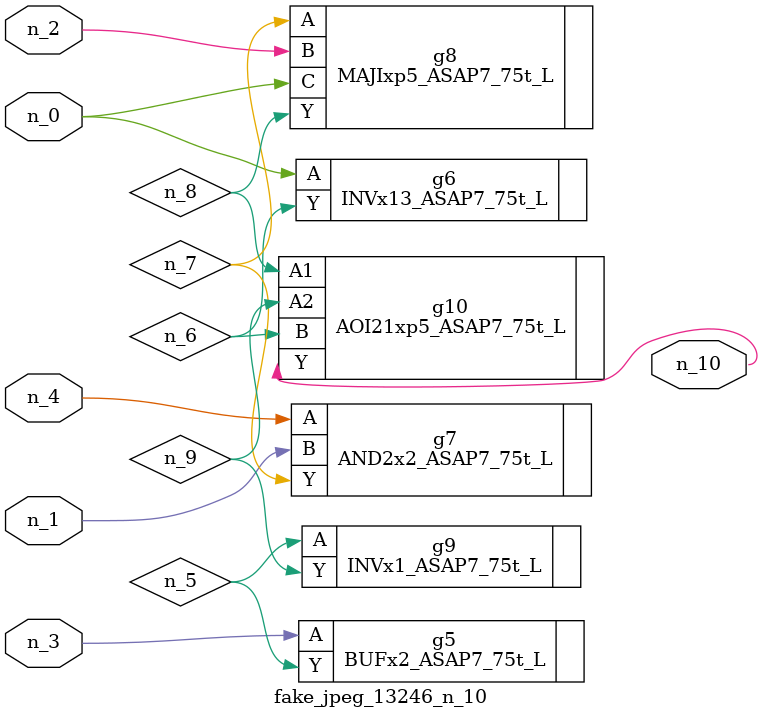
<source format=v>
module fake_jpeg_13246_n_10 (n_3, n_2, n_1, n_0, n_4, n_10);

input n_3;
input n_2;
input n_1;
input n_0;
input n_4;

output n_10;

wire n_8;
wire n_9;
wire n_6;
wire n_5;
wire n_7;

BUFx2_ASAP7_75t_L g5 ( 
.A(n_3),
.Y(n_5)
);

INVx13_ASAP7_75t_L g6 ( 
.A(n_0),
.Y(n_6)
);

AND2x2_ASAP7_75t_L g7 ( 
.A(n_4),
.B(n_1),
.Y(n_7)
);

MAJIxp5_ASAP7_75t_L g8 ( 
.A(n_7),
.B(n_2),
.C(n_0),
.Y(n_8)
);

AOI21xp5_ASAP7_75t_L g10 ( 
.A1(n_8),
.A2(n_9),
.B(n_6),
.Y(n_10)
);

INVx1_ASAP7_75t_L g9 ( 
.A(n_5),
.Y(n_9)
);


endmodule
</source>
